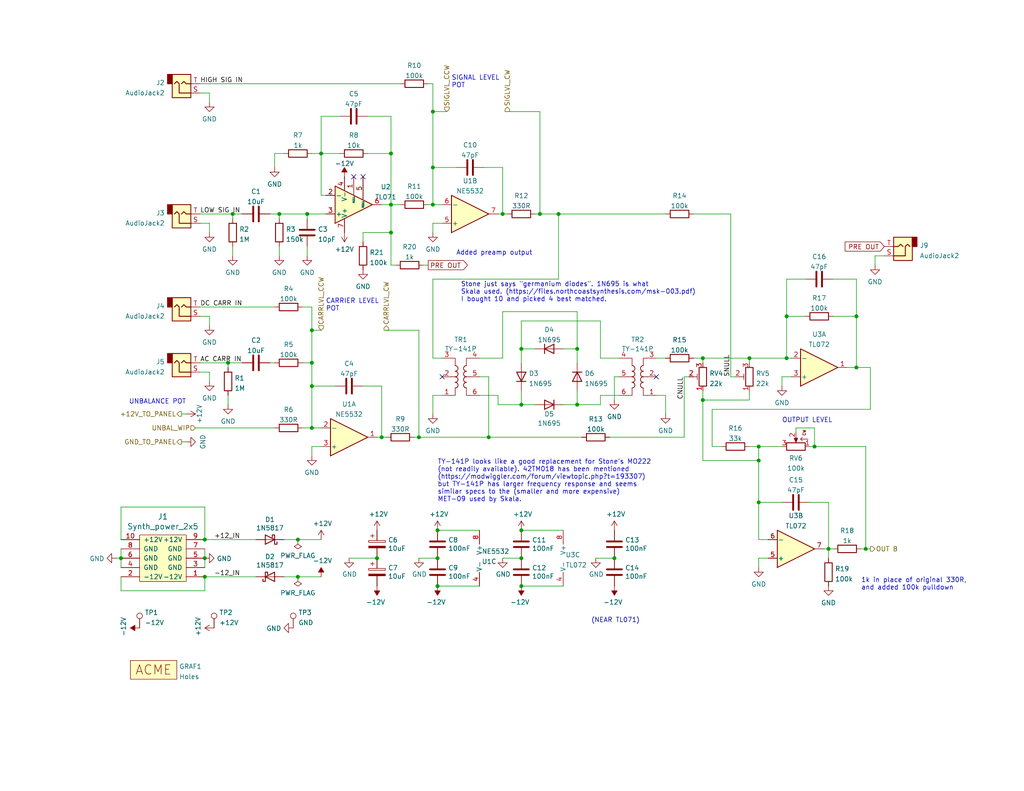
<source format=kicad_sch>
(kicad_sch (version 20210621) (generator eeschema)
  (paper "USLetter")
  (title_block (title "Active Real Ring Modulator") (date "2021-11-20") (company "Rich Holmes / Analog Output") (comment 1 "or neighboring rights to this work. Published from United States.") (comment 2 "To the extent possible under law, Richard Holmes has waived all copyright and related ") (comment 3 "Circuit design by Ken Stone."))
  (lib_symbols
    (symbol "Amplifier_Operational:NE5532" (pin_names (offset 0.127))
      (property "Reference" "U" (at 0 5.08 0))
      (property "Value" "NE5532" (at 0 -5.08 0))
      (symbol "NE5532_1_1"
        (pin output line (at 7.62 0 180) (length 2.54) (name "~") (number "1"))
        (pin input line (at -7.62 -2.54 0) (length 2.54) (name "-") (number "2"))
        (pin input line (at -7.62 2.54 0) (length 2.54) (name "+") (number "3"))
      )
      (symbol "NE5532_2_1"
        (pin input line (at -7.62 2.54 0) (length 2.54) (name "+") (number "5"))
        (pin input line (at -7.62 -2.54 0) (length 2.54) (name "-") (number "6"))
        (pin output line (at 7.62 0 180) (length 2.54) (name "~") (number "7"))
      )
      (symbol "NE5532_3_1"
        (pin power_in line (at -2.54 -7.62 90) (length 3.81) (name "V-") (number "4"))
        (pin power_in line (at -2.54 7.62 270) (length 3.81) (name "V+") (number "8"))
      )
    )
    (symbol "Connector:AudioJack2"
      (property "Reference" "J" (at 0 8.89 0))
      (property "Value" "AudioJack2" (at 0 6.35 0))
      (symbol "AudioJack2_1_1"
        (pin passive line (at 5.08 2.54 180) (length 2.54) (name "~") (number "S"))
        (pin passive line (at 5.08 0 180) (length 2.54) (name "~") (number "T"))
      )
    )
    (symbol "Diode:1N4148" (pin_numbers hide) (pin_names (offset 1.016) hide)
      (property "Reference" "D" (at 0 2.54 0))
      (property "Value" "1N4148" (at 0 -2.54 0))
      (symbol "1N4148_1_1"
        (pin passive line (at -3.81 0 0) (length 2.54) (name "K") (number "1"))
        (pin passive line (at 3.81 0 180) (length 2.54) (name "A") (number "2"))
      )
    )
    (symbol "Transformer:ADTT1-1" (pin_names hide)
      (property "Reference" "TR" (at 0 6.35 0))
      (property "Value" "ADTT1-1" (at 0 -6.35 0))
      (symbol "ADTT1-1_1_1"
        (pin passive line (at -5.08 -5.08 0) (length 2.54) (name "~") (number "1"))
        (pin passive line (at -5.08 0 0) (length 2.54) (name "~") (number "2"))
        (pin passive line (at -5.08 5.08 0) (length 2.54) (name "~") (number "3"))
        (pin passive line (at 5.08 5.08 180) (length 2.54) (name "~") (number "4"))
        (pin passive line (at 5.08 0 180) (length 2.54) (name "~") (number "5"))
        (pin passive line (at 5.08 -5.08 180) (length 2.54) (name "~") (number "6"))
      )
    )
    (symbol "ao_symbols:1N5817" (pin_numbers hide) (pin_names (offset 1.016) hide)
      (property "Reference" "D" (at 0 2.54 0))
      (property "Value" "1N5817" (at 0 -2.54 0))
      (symbol "1N5817_1_1"
        (pin passive line (at -3.81 0 0) (length 2.54) (name "K") (number "1"))
        (pin passive line (at 3.81 0 180) (length 2.54) (name "A") (number "2"))
      )
    )
    (symbol "ao_symbols:C" (pin_numbers hide) (pin_names (offset 0.254))
      (property "Reference" "C" (at 0.635 2.54 0))
      (property "Value" "C" (at 0.635 -2.54 0))
      (symbol "C_1_1"
        (pin passive line (at 0 3.81 270) (length 2.794) (name "~") (number "1"))
        (pin passive line (at 0 -3.81 90) (length 2.794) (name "~") (number "2"))
      )
    )
    (symbol "ao_symbols:CP" (pin_numbers hide) (pin_names (offset 0.254))
      (property "Reference" "C" (at 0.635 2.54 0))
      (property "Value" "CP" (at 0.635 -2.54 0))
      (symbol "CP_1_1"
        (pin passive line (at 0 3.81 270) (length 2.794) (name "~") (number "1"))
        (pin passive line (at 0 -3.81 90) (length 2.794) (name "~") (number "2"))
      )
    )
    (symbol "ao_symbols:Graphic" (pin_names (offset 1.016))
      (property "Reference" "GRAF" (at 0 -3.81 0))
      (property "Value" "Graphic" (at 0 3.81 0))
      (symbol "Graphic_0_0"
        (text "ACME" (at 0 0 0) (effects (font (size 2.54 2.54))))
      )
    )
    (symbol "ao_symbols:R" (pin_numbers hide) (pin_names (offset 0))
      (property "Reference" "R" (at 2.032 0 90))
      (property "Value" "R" (at 0 0 90))
      (symbol "R_1_1"
        (pin passive line (at 0 3.81 270) (length 1.27) (name "~") (number "1"))
        (pin passive line (at 0 -3.81 90) (length 1.27) (name "~") (number "2"))
      )
    )
    (symbol "ao_symbols:R_POT" (pin_names (offset 1.016) hide)
      (property "Reference" "RV" (at -4.445 0 90))
      (property "Value" "R_POT" (at -2.54 0 90))
      (symbol "R_POT_0_0"
        (text "CW" (at 3.81 -2.286 0) (effects (font (size 0.762 0.762))))
      )
      (symbol "R_POT_1_1"
        (pin passive line (at 0 -3.81 90) (length 1.27) (name "1") (number "1"))
        (pin passive line (at 3.81 0 180) (length 1.27) (name "2") (number "2"))
        (pin passive line (at 0 3.81 270) (length 1.27) (name "3") (number "3"))
      )
    )
    (symbol "ao_symbols:R_POT_TRIM_3296W" (pin_names (offset 1.016) hide)
      (property "Reference" "RV" (at -4.445 0 90))
      (property "Value" "R_POT_TRIM_3296W" (at -2.54 0 90))
      (symbol "R_POT_TRIM_3296W_1_1"
        (pin passive line (at 0 3.81 270) (length 1.27) (name "1") (number "1"))
        (pin passive line (at 3.81 0 180) (length 1.27) (name "2") (number "2"))
        (pin passive line (at 0 -3.81 90) (length 1.27) (name "3") (number "3"))
      )
    )
    (symbol "ao_symbols:Synth_power_2x5" (pin_names (offset 1.016))
      (property "Reference" "J" (at 0 -7.62 0))
      (property "Value" "Synth_power_2x5" (at 0 7.62 0))
      (symbol "Synth_power_2x5_1_1"
        (pin power_out line (at 11.43 -5.08 180) (length 5.08) (name "-12V") (number "1"))
        (pin passive line (at -11.43 5.08 0) (length 5.08) (name "+12V") (number "10"))
        (pin passive line (at -11.43 -5.08 0) (length 5.08) (name "-12V") (number "2"))
        (pin power_out line (at 11.43 -2.54 180) (length 5.08) (name "GND") (number "3"))
        (pin passive line (at -11.43 -2.54 0) (length 5.08) (name "GND") (number "4"))
        (pin passive line (at 11.43 0 180) (length 5.08) (name "GND") (number "5"))
        (pin passive line (at -11.43 0 0) (length 5.08) (name "GND") (number "6"))
        (pin passive line (at 11.43 2.54 180) (length 5.08) (name "GND") (number "7"))
        (pin passive line (at -11.43 2.54 0) (length 5.08) (name "GND") (number "8"))
        (pin power_out line (at 11.43 5.08 180) (length 5.08) (name "+12V") (number "9"))
      )
    )
    (symbol "ao_symbols:TL071" (pin_names (offset 0.127))
      (property "Reference" "U" (at 0 6.35 0))
      (property "Value" "TL071" (at 0 3.81 0))
      (symbol "TL071_1_1"
        (pin input line (at 0 -7.62 90) (length 5.08) (name "NULL") (number "1"))
        (pin input line (at -7.62 -2.54 0) (length 2.54) (name "-") (number "2"))
        (pin input line (at -7.62 2.54 0) (length 2.54) (name "+") (number "3"))
        (pin power_in line (at -2.54 -7.62 90) (length 3.81) (name "V-") (number "4"))
        (pin input line (at 2.54 -7.62 90) (length 6.35) (name "NULL") (number "5"))
        (pin output line (at 7.62 0 180) (length 2.54) (name "~") (number "6"))
        (pin power_in line (at -2.54 7.62 270) (length 3.81) (name "V+") (number "7"))
        (pin no_connect line (at 0 2.54 270) (length 2.54) hide (name "NC") (number "8"))
      )
    )
    (symbol "ao_symbols:TL072" (pin_names (offset 0.127))
      (property "Reference" "U" (at 0 5.08 0))
      (property "Value" "TL072" (at 0 -5.08 0))
      (symbol "TL072_1_1"
        (pin output line (at 7.62 0 180) (length 2.54) (name "~") (number "1"))
        (pin input line (at -7.62 -2.54 0) (length 2.54) (name "-") (number "2"))
        (pin input line (at -7.62 2.54 0) (length 2.54) (name "+") (number "3"))
      )
      (symbol "TL072_2_1"
        (pin input line (at -7.62 2.54 0) (length 2.54) (name "+") (number "5"))
        (pin input line (at -7.62 -2.54 0) (length 2.54) (name "-") (number "6"))
        (pin output line (at 7.62 0 180) (length 2.54) (name "~") (number "7"))
      )
      (symbol "TL072_3_1"
        (pin power_in line (at -2.54 -7.62 90) (length 3.81) (name "V-") (number "4"))
        (pin power_in line (at -2.54 7.62 270) (length 3.81) (name "V+") (number "8"))
      )
    )
    (symbol "ao_symbols:TestPoint" (pin_numbers hide) (pin_names (offset 0.762) hide)
      (property "Reference" "TP" (at 0 6.858 0))
      (property "Value" "TestPoint" (at 0 5.08 0))
      (symbol "TestPoint_1_1"
        (pin passive line (at 0 0 90) (length 2.54) (name "1") (number "1"))
      )
    )
    (symbol "power:+12V" (power) (pin_names (offset 0))
      (property "Value" "+12V" (at 0 3.556 0))
      (symbol "+12V_1_1"
        (pin power_in line (at 0 0 90) (length 0) hide (name "+12V") (number "1"))
      )
    )
    (symbol "power:-12V" (power) (pin_names (offset 0))
      (property "Value" "-12V" (at 0 3.81 0))
      (symbol "-12V_0_0"
        (pin power_in line (at 0 0 90) (length 0) hide (name "-12V") (number "1"))
      )
    )
    (symbol "power:GND" (power) (pin_names (offset 0))
      (property "Value" "GND" (at 0 -3.81 0))
      (symbol "GND_1_1"
        (pin power_in line (at 0 0 270) (length 0) hide (name "GND") (number "1"))
      )
    )
    (symbol "power:PWR_FLAG" (power) (pin_numbers hide) (pin_names (offset 0) hide)
      (property "Value" "PWR_FLAG" (at 0 3.81 0))
      (symbol "PWR_FLAG_0_0"
        (pin power_out line (at 0 0 90) (length 0) (name "pwr") (number "1"))
      )
    )
  )
  (junction (at 152.4 58.42))
  (junction (at 81.28 157.48))
  (junction (at 147.32 58.42))
  (junction (at 157.48 95.25))
  (junction (at 85.09 90.17))
  (junction (at 83.82 58.42))
  (junction (at 119.38 152.4))
  (junction (at 119.38 160.02))
  (junction (at 142.24 160.02))
  (junction (at 226.06 149.86))
  (junction (at 157.48 110.49))
  (junction (at 233.68 100.33))
  (junction (at 118.11 55.88))
  (junction (at 133.35 119.38))
  (junction (at 87.63 41.91))
  (junction (at 191.77 109.22))
  (junction (at 85.09 105.41))
  (junction (at 207.01 137.16))
  (junction (at 142.24 152.4))
  (junction (at 55.88 157.48))
  (junction (at 33.02 152.4))
  (junction (at 207.01 125.73))
  (junction (at 118.11 45.72))
  (junction (at 104.14 119.38))
  (junction (at 102.87 152.4))
  (junction (at 214.63 97.79))
  (junction (at 81.28 147.32))
  (junction (at 233.68 86.36))
  (junction (at 191.77 97.79))
  (junction (at 236.22 149.86))
  (junction (at 214.63 86.36))
  (junction (at 85.09 99.06))
  (junction (at 207.01 121.92))
  (junction (at 119.38 144.78))
  (junction (at 62.23 99.06))
  (junction (at 55.88 152.4))
  (junction (at 142.24 110.49))
  (junction (at 167.64 152.4))
  (junction (at 106.68 55.88))
  (junction (at 222.25 121.92))
  (junction (at 118.11 30.48))
  (junction (at 106.68 63.5))
  (junction (at 55.88 147.32))
  (junction (at 204.47 97.79))
  (junction (at 85.09 116.84))
  (junction (at 114.3 119.38))
  (junction (at 142.24 144.78))
  (junction (at 137.16 58.42))
  (junction (at 142.24 95.25))
  (junction (at 76.2 58.42))
  (junction (at 106.68 41.91))
  (junction (at 63.5 58.42))
  (no_connect (at 96.52 48.26))
  (no_connect (at 99.06 48.26))
  (no_connect (at 179.07 102.87))
  (no_connect (at 120.65 102.87))
  (wire (pts (xy 163.83 87.63) (xy 163.83 97.79)))
  (wire (pts (xy 191.77 109.22) (xy 191.77 125.73)))
  (wire (pts (xy 88.9 53.34) (xy 87.63 53.34)))
  (wire (pts (xy 163.83 97.79) (xy 168.91 97.79)))
  (wire (pts (xy 233.68 86.36) (xy 233.68 100.33)))
  (wire (pts (xy 236.22 121.92) (xy 236.22 149.86)))
  (wire (pts (xy 142.24 95.25) (xy 142.24 99.06)))
  (wire (pts (xy 106.68 63.5) (xy 106.68 72.39)))
  (wire (pts (xy 106.68 72.39) (xy 107.95 72.39)))
  (wire (pts (xy 106.68 55.88) (xy 106.68 63.5)))
  (wire (pts (xy 54.61 99.06) (xy 62.23 99.06)))
  (wire (pts (xy 55.88 152.4) (xy 55.88 154.94)))
  (wire (pts (xy 132.08 45.72) (xy 137.16 45.72)))
  (wire (pts (xy 222.25 121.92) (xy 236.22 121.92)))
  (wire (pts (xy 118.11 30.48) (xy 121.92 30.48)))
  (wire (pts (xy 207.01 125.73) (xy 207.01 137.16)))
  (wire (pts (xy 118.11 76.2) (xy 118.11 97.79)))
  (wire (pts (xy 53.34 116.84) (xy 74.93 116.84)))
  (wire (pts (xy 118.11 30.48) (xy 118.11 45.72)))
  (wire (pts (xy 114.3 119.38) (xy 133.35 119.38)))
  (wire (pts (xy 233.68 100.33) (xy 237.49 100.33)))
  (wire (pts (xy 137.16 45.72) (xy 137.16 58.42)))
  (wire (pts (xy 152.4 76.2) (xy 118.11 76.2)))
  (wire (pts (xy 137.16 85.09) (xy 157.48 85.09)))
  (wire (pts (xy 77.47 157.48) (xy 81.28 157.48)))
  (wire (pts (xy 85.09 90.17) (xy 85.09 99.06)))
  (wire (pts (xy 55.88 161.29) (xy 55.88 157.48)))
  (wire (pts (xy 118.11 45.72) (xy 124.46 45.72)))
  (wire (pts (xy 146.05 95.25) (xy 142.24 95.25)))
  (wire (pts (xy 191.77 97.79) (xy 191.77 99.06)))
  (wire (pts (xy 74.93 41.91) (xy 77.47 41.91)))
  (wire (pts (xy 220.98 137.16) (xy 226.06 137.16)))
  (wire (pts (xy 236.22 149.86) (xy 234.95 149.86)))
  (wire (pts (xy 81.28 157.48) (xy 87.63 157.48)))
  (wire (pts (xy 130.81 97.79) (xy 137.16 97.79)))
  (wire (pts (xy 119.38 144.78) (xy 130.81 144.78)))
  (wire (pts (xy 133.35 102.87) (xy 133.35 119.38)))
  (wire (pts (xy 157.48 95.25) (xy 153.67 95.25)))
  (wire (pts (xy 238.76 69.85) (xy 238.76 72.39)))
  (wire (pts (xy 118.11 22.86) (xy 118.11 30.48)))
  (wire (pts (xy 217.17 118.11) (xy 217.17 116.84)))
  (wire (pts (xy 120.65 60.96) (xy 118.11 60.96)))
  (wire (pts (xy 113.03 119.38) (xy 114.3 119.38)))
  (wire (pts (xy 63.5 67.31) (xy 63.5 69.85)))
  (wire (pts (xy 179.07 97.79) (xy 181.61 97.79)))
  (wire (pts (xy 106.68 41.91) (xy 106.68 55.88)))
  (wire (pts (xy 73.66 99.06) (xy 74.93 99.06)))
  (wire (pts (xy 118.11 55.88) (xy 116.84 55.88)))
  (wire (pts (xy 54.61 22.86) (xy 109.22 22.86)))
  (wire (pts (xy 54.61 86.36) (xy 57.15 86.36)))
  (wire (pts (xy 85.09 105.41) (xy 85.09 116.84)))
  (wire (pts (xy 138.43 58.42) (xy 137.16 58.42)))
  (wire (pts (xy 204.47 106.68) (xy 204.47 109.22)))
  (wire (pts (xy 157.48 110.49) (xy 157.48 106.68)))
  (wire (pts (xy 102.87 119.38) (xy 104.14 119.38)))
  (wire (pts (xy 137.16 97.79) (xy 137.16 85.09)))
  (wire (pts (xy 226.06 149.86) (xy 226.06 152.4)))
  (wire (pts (xy 104.14 119.38) (xy 105.41 119.38)))
  (wire (pts (xy 204.47 109.22) (xy 191.77 109.22)))
  (wire (pts (xy 99.06 63.5) (xy 99.06 66.04)))
  (wire (pts (xy 63.5 58.42) (xy 66.04 58.42)))
  (wire (pts (xy 137.16 152.4) (xy 142.24 152.4)))
  (wire (pts (xy 33.02 152.4) (xy 33.02 154.94)))
  (wire (pts (xy 194.31 111.76) (xy 194.31 121.92)))
  (wire (pts (xy 62.23 99.06) (xy 62.23 100.33)))
  (wire (pts (xy 168.91 107.95) (xy 163.83 107.95)))
  (wire (pts (xy 81.28 147.32) (xy 87.63 147.32)))
  (wire (pts (xy 135.89 110.49) (xy 142.24 110.49)))
  (wire (pts (xy 87.63 41.91) (xy 87.63 31.75)))
  (wire (pts (xy 85.09 121.92) (xy 87.63 121.92)))
  (wire (pts (xy 231.14 100.33) (xy 233.68 100.33)))
  (wire (pts (xy 55.88 147.32) (xy 69.85 147.32)))
  (wire (pts (xy 115.57 72.39) (xy 116.84 72.39)))
  (wire (pts (xy 236.22 149.86) (xy 237.49 149.86)))
  (wire (pts (xy 57.15 101.6) (xy 57.15 104.14)))
  (wire (pts (xy 147.32 58.42) (xy 152.4 58.42)))
  (wire (pts (xy 114.3 90.17) (xy 114.3 119.38)))
  (wire (pts (xy 54.61 60.96) (xy 57.15 60.96)))
  (wire (pts (xy 104.14 105.41) (xy 104.14 119.38)))
  (wire (pts (xy 222.25 116.84) (xy 222.25 121.92)))
  (wire (pts (xy 106.68 55.88) (xy 104.14 55.88)))
  (wire (pts (xy 85.09 90.17) (xy 87.63 90.17)))
  (wire (pts (xy 138.43 30.48) (xy 147.32 30.48)))
  (wire (pts (xy 181.61 107.95) (xy 181.61 113.03)))
  (wire (pts (xy 33.02 157.48) (xy 33.02 161.29)))
  (wire (pts (xy 100.33 41.91) (xy 106.68 41.91)))
  (wire (pts (xy 82.55 99.06) (xy 85.09 99.06)))
  (wire (pts (xy 76.2 58.42) (xy 83.82 58.42)))
  (wire (pts (xy 207.01 137.16) (xy 207.01 147.32)))
  (wire (pts (xy 217.17 116.84) (xy 222.25 116.84)))
  (wire (pts (xy 207.01 152.4) (xy 207.01 154.94)))
  (wire (pts (xy 226.06 149.86) (xy 224.79 149.86)))
  (wire (pts (xy 85.09 83.82) (xy 85.09 90.17)))
  (wire (pts (xy 105.41 90.17) (xy 114.3 90.17)))
  (wire (pts (xy 57.15 25.4) (xy 57.15 27.94)))
  (wire (pts (xy 191.77 125.73) (xy 207.01 125.73)))
  (wire (pts (xy 207.01 137.16) (xy 213.36 137.16)))
  (wire (pts (xy 227.33 149.86) (xy 226.06 149.86)))
  (wire (pts (xy 82.55 116.84) (xy 85.09 116.84)))
  (wire (pts (xy 57.15 86.36) (xy 57.15 88.9)))
  (wire (pts (xy 83.82 58.42) (xy 88.9 58.42)))
  (wire (pts (xy 130.81 107.95) (xy 135.89 107.95)))
  (wire (pts (xy 186.69 119.38) (xy 186.69 102.87)))
  (wire (pts (xy 189.23 97.79) (xy 191.77 97.79)))
  (wire (pts (xy 214.63 76.2) (xy 214.63 86.36)))
  (wire (pts (xy 31.75 152.4) (xy 33.02 152.4)))
  (wire (pts (xy 157.48 85.09) (xy 157.48 95.25)))
  (wire (pts (xy 214.63 86.36) (xy 219.71 86.36)))
  (wire (pts (xy 207.01 121.92) (xy 207.01 125.73)))
  (wire (pts (xy 152.4 58.42) (xy 181.61 58.42)))
  (wire (pts (xy 186.69 102.87) (xy 187.96 102.87)))
  (wire (pts (xy 227.33 76.2) (xy 233.68 76.2)))
  (wire (pts (xy 142.24 110.49) (xy 146.05 110.49)))
  (wire (pts (xy 213.36 105.41) (xy 213.36 102.87)))
  (wire (pts (xy 118.11 97.79) (xy 120.65 97.79)))
  (wire (pts (xy 77.47 147.32) (xy 81.28 147.32)))
  (wire (pts (xy 213.36 102.87) (xy 215.9 102.87)))
  (wire (pts (xy 62.23 99.06) (xy 66.04 99.06)))
  (wire (pts (xy 191.77 97.79) (xy 204.47 97.79)))
  (wire (pts (xy 207.01 121.92) (xy 213.36 121.92)))
  (wire (pts (xy 199.39 58.42) (xy 199.39 102.87)))
  (wire (pts (xy 220.98 121.92) (xy 222.25 121.92)))
  (wire (pts (xy 209.55 152.4) (xy 207.01 152.4)))
  (wire (pts (xy 241.3 69.85) (xy 238.76 69.85)))
  (wire (pts (xy 118.11 107.95) (xy 118.11 113.03)))
  (wire (pts (xy 137.16 58.42) (xy 135.89 58.42)))
  (wire (pts (xy 204.47 97.79) (xy 214.63 97.79)))
  (wire (pts (xy 95.25 152.4) (xy 102.87 152.4)))
  (wire (pts (xy 227.33 86.36) (xy 233.68 86.36)))
  (wire (pts (xy 214.63 86.36) (xy 214.63 97.79)))
  (wire (pts (xy 54.61 83.82) (xy 74.93 83.82)))
  (wire (pts (xy 135.89 107.95) (xy 135.89 110.49)))
  (wire (pts (xy 226.06 137.16) (xy 226.06 149.86)))
  (wire (pts (xy 76.2 67.31) (xy 76.2 69.85)))
  (wire (pts (xy 55.88 138.43) (xy 55.88 147.32)))
  (wire (pts (xy 142.24 106.68) (xy 142.24 110.49)))
  (wire (pts (xy 119.38 160.02) (xy 130.81 160.02)))
  (wire (pts (xy 153.67 110.49) (xy 157.48 110.49)))
  (wire (pts (xy 147.32 58.42) (xy 146.05 58.42)))
  (wire (pts (xy 167.64 102.87) (xy 167.64 109.22)))
  (wire (pts (xy 100.33 31.75) (xy 106.68 31.75)))
  (wire (pts (xy 82.55 83.82) (xy 85.09 83.82)))
  (wire (pts (xy 207.01 147.32) (xy 209.55 147.32)))
  (wire (pts (xy 87.63 41.91) (xy 87.63 53.34)))
  (wire (pts (xy 237.49 100.33) (xy 237.49 111.76)))
  (wire (pts (xy 157.48 99.06) (xy 157.48 95.25)))
  (wire (pts (xy 162.56 152.4) (xy 167.64 152.4)))
  (wire (pts (xy 214.63 76.2) (xy 219.71 76.2)))
  (wire (pts (xy 168.91 102.87) (xy 167.64 102.87)))
  (wire (pts (xy 83.82 58.42) (xy 83.82 59.69)))
  (wire (pts (xy 83.82 67.31) (xy 83.82 69.85)))
  (wire (pts (xy 85.09 116.84) (xy 87.63 116.84)))
  (wire (pts (xy 163.83 110.49) (xy 157.48 110.49)))
  (wire (pts (xy 62.23 107.95) (xy 62.23 110.49)))
  (wire (pts (xy 199.39 102.87) (xy 200.66 102.87)))
  (wire (pts (xy 63.5 58.42) (xy 63.5 59.69)))
  (wire (pts (xy 87.63 41.91) (xy 92.71 41.91)))
  (wire (pts (xy 76.2 58.42) (xy 76.2 59.69)))
  (wire (pts (xy 147.32 30.48) (xy 147.32 58.42)))
  (wire (pts (xy 179.07 107.95) (xy 181.61 107.95)))
  (wire (pts (xy 118.11 55.88) (xy 120.65 55.88)))
  (wire (pts (xy 57.15 60.96) (xy 57.15 63.5)))
  (wire (pts (xy 99.06 105.41) (xy 104.14 105.41)))
  (wire (pts (xy 33.02 147.32) (xy 33.02 138.43)))
  (wire (pts (xy 204.47 121.92) (xy 207.01 121.92)))
  (wire (pts (xy 142.24 160.02) (xy 153.67 160.02)))
  (wire (pts (xy 106.68 31.75) (xy 106.68 41.91)))
  (wire (pts (xy 106.68 55.88) (xy 109.22 55.88)))
  (wire (pts (xy 54.61 101.6) (xy 57.15 101.6)))
  (wire (pts (xy 189.23 58.42) (xy 199.39 58.42)))
  (wire (pts (xy 85.09 124.46) (xy 85.09 121.92)))
  (wire (pts (xy 85.09 41.91) (xy 87.63 41.91)))
  (wire (pts (xy 163.83 107.95) (xy 163.83 110.49)))
  (wire (pts (xy 33.02 161.29) (xy 55.88 161.29)))
  (wire (pts (xy 54.61 58.42) (xy 63.5 58.42)))
  (wire (pts (xy 74.93 45.72) (xy 74.93 41.91)))
  (wire (pts (xy 50.8 113.03) (xy 49.53 113.03)))
  (wire (pts (xy 33.02 138.43) (xy 55.88 138.43)))
  (wire (pts (xy 33.02 149.86) (xy 33.02 152.4)))
  (wire (pts (xy 49.53 120.65) (xy 50.8 120.65)))
  (wire (pts (xy 54.61 25.4) (xy 57.15 25.4)))
  (wire (pts (xy 130.81 102.87) (xy 133.35 102.87)))
  (wire (pts (xy 85.09 99.06) (xy 85.09 105.41)))
  (wire (pts (xy 118.11 45.72) (xy 118.11 55.88)))
  (wire (pts (xy 204.47 97.79) (xy 204.47 99.06)))
  (wire (pts (xy 118.11 60.96) (xy 118.11 63.5)))
  (wire (pts (xy 237.49 111.76) (xy 194.31 111.76)))
  (wire (pts (xy 85.09 105.41) (xy 91.44 105.41)))
  (wire (pts (xy 214.63 97.79) (xy 215.9 97.79)))
  (wire (pts (xy 152.4 58.42) (xy 152.4 76.2)))
  (wire (pts (xy 55.88 149.86) (xy 55.88 152.4)))
  (wire (pts (xy 118.11 107.95) (xy 120.65 107.95)))
  (wire (pts (xy 114.3 152.4) (xy 119.38 152.4)))
  (wire (pts (xy 73.66 58.42) (xy 76.2 58.42)))
  (wire (pts (xy 133.35 119.38) (xy 158.75 119.38)))
  (wire (pts (xy 116.84 22.86) (xy 118.11 22.86)))
  (wire (pts (xy 233.68 76.2) (xy 233.68 86.36)))
  (wire (pts (xy 142.24 95.25) (xy 142.24 87.63)))
  (wire (pts (xy 55.88 157.48) (xy 69.85 157.48)))
  (wire (pts (xy 194.31 121.92) (xy 196.85 121.92)))
  (wire (pts (xy 142.24 144.78) (xy 153.67 144.78)))
  (wire (pts (xy 166.37 119.38) (xy 186.69 119.38)))
  (wire (pts (xy 99.06 63.5) (xy 106.68 63.5)))
  (wire (pts (xy 191.77 109.22) (xy 191.77 106.68)))
  (wire (pts (xy 87.63 31.75) (xy 92.71 31.75)))
  (wire (pts (xy 142.24 87.63) (xy 163.83 87.63)))
  (text "OUTPUT LEVEL" (at 213.36 115.57 0) (effects (font (size 1.27 1.27)) (justify left bottom)))
  (text "1k in place of original 330R, \nand added 100k pulldown" (at 234.95 161.29 0) (effects (font (size 1.27 1.27)) (justify left bottom)))
  (text "UNBALANCE POT" (at 50.8 110.49 180) (effects (font (size 1.27 1.27)) (justify right bottom)))
  (text "SIGNAL LEVEL\nPOT" (at 123.19 24.13 0) (effects (font (size 1.27 1.27)) (justify left bottom)))
  (text "Stone just says \"germanium diodes\". 1N695 is what\nSkala used. (https://files.northcoastsynthesis.com/msk-003.pdf)\nI bought 10 and picked 4 best matched." (at 125.73 82.55 0) (effects (font (size 1.27 1.27)) (justify left bottom)))
  (text "TY-141P looks like a good replacement for Stone's MO222\n(not readily available). 42TM018 has been mentioned \n(https://modwiggler.com/forum/viewtopic.php?t=193307)\nbut TY-141P has larger frequency response and seems \nsimilar specs to the (smaller and more expensive) \nMET-09 used by Skala." (at 119.38 137.16 0) (effects (font (size 1.27 1.27)) (justify left bottom)))
  (text "(NEAR TL071)" (at 161.29 170.18 0) (effects (font (size 1.27 1.27)) (justify left bottom)))
  (text "CARRIER LEVEL\nPOT" (at 88.9 85.09 0) (effects (font (size 1.27 1.27)) (justify left bottom)))
  (text "Added preamp output" (at 124.46 69.85 0) (effects (font (size 1.27 1.27)) (justify left bottom)))
  (label "CNULL" (at 186.69 102.87 270))
  (label "DC CARR IN" (at 54.61 83.82 0))
  (label "SNULL" (at 199.39 102.87 90))
  (label "HIGH SIG IN" (at 54.61 22.86 0))
  (label "AC CARR IN" (at 54.61 99.06 0))
  (label "LOW SIG IN" (at 54.61 58.42 0))
  (label "-12_IN" (at 58.42 157.48 0))
  (label "+12_IN" (at 58.42 147.32 0))
  (global_label "PRE OUT" (shape input) (at 241.3 67.31 180) (property "Intersheet References" "${INTERSHEET_REFS}" (effects hide)))
  (global_label "PRE OUT" (shape output) (at 116.84 72.39 0) (property "Intersheet References" "${INTERSHEET_REFS}" (effects hide)))
  (hierarchical_label "CARRLVL_CW" (shape output) (at 105.41 90.17 90))
  (hierarchical_label "UNBAL_WIP" (shape input) (at 53.34 116.84 180))
  (hierarchical_label "SIGLVL_CW" (shape output) (at 138.43 30.48 90))
  (hierarchical_label "OUT B" (shape output) (at 237.49 149.86 0))
  (hierarchical_label "+12V_TO_PANEL" (shape output) (at 49.53 113.03 180))
  (hierarchical_label "SIGLVL_CCW" (shape input) (at 121.92 30.48 90))
  (hierarchical_label "CARRLVL_CCW" (shape input) (at 87.63 90.17 90))
  (hierarchical_label "GND_TO_PANEL" (shape output) (at 49.53 120.65 180))
  (symbol (lib_id "power:GND") (at 238.76 72.39 0) (unit 1)
    (property "Reference" "#PWR041" (effects hide))
    (property "Value" "GND" (at 238.76 76.9525 0))
  )
  (symbol (lib_id "power:-12V") (at 167.64 160.02 180) (unit 1)
    (property "Reference" "#PWR033" (effects hide))
    (property "Value" "-12V" (at 167.259 164.4142 0))
  )
  (symbol (lib_id "power:GND") (at 80.01 171.45 270) (unit 1)
    (property "Reference" "#PWR037" (effects hide))
    (property "Value" "GND" (at 76.7588 171.577 90) (effects (justify right)))
  )
  (symbol (lib_id "ao_symbols:1N5817") (at 73.66 157.48 0) (mirror x) (unit 1)
    (property "Reference" "D2" (at 73.66 151.9936 0))
    (property "Value" "1N5817" (at 73.66 154.305 0))
    (property "Footprint" "ao_tht:D_DO-41_SOD81_P10.16mm_Horizontal" (effects hide))
    (property "Vendor" "Tayda" (effects hide))
    (property "SKU" "A-159" (effects hide))
  )
  (symbol (lib_id "power:-12V") (at 93.98 48.26 0) (unit 1)
    (property "Reference" "#PWR017" (effects hide))
    (property "Value" "-12V" (at 93.98 44.6555 0))
  )
  (symbol (lib_id "ao_symbols:1N5817") (at 73.66 147.32 180) (unit 1)
    (property "Reference" "D1" (at 73.66 141.8336 0))
    (property "Value" "1N5817" (at 73.66 144.145 0))
    (property "Footprint" "ao_tht:D_DO-41_SOD81_P10.16mm_Horizontal" (effects hide))
    (property "Vendor" "Tayda" (effects hide))
    (property "SKU" "A-159" (effects hide))
  )
  (symbol (lib_id "ao_symbols:C") (at 95.25 105.41 90) (unit 1)
    (property "Reference" "C4" (at 95.25 99.2845 90))
    (property "Value" "47pF" (at 95.25 102.0596 90))
    (property "Footprint" "ao_tht:C_Disc_D3.0mm_W1.6mm_P2.50mm" (effects hide))
    (property "Vendor" "Tayda" (effects hide))
  )
  (symbol (lib_id "ao_symbols:Synth_power_2x5") (at 44.45 152.4 0) (unit 1)
    (property "Reference" "J1" (at 44.45 141.0462 0) (effects (font (size 1.524 1.524))))
    (property "Value" "Synth_power_2x5" (at 44.45 143.7386 0) (effects (font (size 1.524 1.524))))
    (property "Footprint" "ao_tht:Power_Header" (effects hide))
    (property "Vendor" "Tayda" (effects hide))
    (property "SKU" "A-2939" (effects hide))
  )
  (symbol (lib_id "power:GND") (at 85.09 124.46 0) (unit 1)
    (property "Reference" "#PWR014" (effects hide))
    (property "Value" "GND" (at 85.09 129.0225 0))
  )
  (symbol (lib_id "Diode:1N4148") (at 149.86 95.25 0) (unit 1)
    (property "Reference" "D4" (at 149.86 90.0135 0))
    (property "Value" "1N695" (at 149.86 92.7886 0))
    (property "Footprint" "ringmod:D_DO-7_P10.16mm_Horizontal" (effects hide))
    (property "Datasheet" "https://assets.nexperia.com/documents/data-sheet/1N4148_1N4448.pdf" (effects hide))
  )
  (symbol (lib_id "power:GND") (at 57.15 88.9 0) (unit 1)
    (property "Reference" "#PWR040" (effects hide))
    (property "Value" "GND" (at 57.15 93.4625 0))
  )
  (symbol (lib_id "Diode:1N4148") (at 142.24 102.87 270) (mirror x) (unit 1)
    (property "Reference" "D3" (at 144.272 101.9615 90) (effects (justify left)))
    (property "Value" "1N695" (at 144.272 104.7366 90) (effects (justify left)))
    (property "Footprint" "ringmod:D_DO-7_P10.16mm_Horizontal" (effects hide))
    (property "Datasheet" "https://assets.nexperia.com/documents/data-sheet/1N4148_1N4448.pdf" (effects hide))
  )
  (symbol (lib_id "ao_symbols:TestPoint") (at 58.42 171.45 0) (unit 1)
    (property "Reference" "TP2" (at 59.817 167.2395 0) (effects (justify left)))
    (property "Value" "+12V" (at 59.817 170.0146 0) (effects (justify left)))
    (property "Footprint" "ao_tht:TestPoint_THTPad_D1.5mm_Drill0.7mm" (effects hide))
  )
  (symbol (lib_id "power:+12V") (at 93.98 63.5 180) (unit 1)
    (property "Reference" "#PWR018" (effects hide))
    (property "Value" "+12V" (at 93.98 68.0625 0))
  )
  (symbol (lib_id "ao_symbols:R") (at 162.56 119.38 90) (unit 1)
    (property "Reference" "R13" (at 162.56 114.3975 90))
    (property "Value" "100k" (at 162.56 117.1726 90))
    (property "Footprint" "ao_tht:R_Axial_DIN0207_L6.3mm_D2.5mm_P10.16mm_Horizontal" (effects hide))
    (property "Vendor" "Tayda" (effects hide))
  )
  (symbol (lib_id "ao_symbols:R") (at 185.42 97.79 90) (unit 1)
    (property "Reference" "R15" (at 185.42 92.8075 90))
    (property "Value" "100k" (at 185.42 95.5826 90))
    (property "Footprint" "ao_tht:R_Axial_DIN0207_L6.3mm_D2.5mm_P10.16mm_Horizontal" (effects hide))
    (property "Vendor" "Tayda" (effects hide))
  )
  (symbol (lib_id "ao_symbols:C") (at 223.52 76.2 90) (unit 1)
    (property "Reference" "C16" (at 223.52 70.0745 90))
    (property "Value" "47pF" (at 223.52 72.8496 90))
    (property "Footprint" "ao_tht:C_Disc_D3.0mm_W1.6mm_P2.50mm" (effects hide))
    (property "Vendor" "Tayda" (effects hide))
  )
  (symbol (lib_id "power:PWR_FLAG") (at 81.28 147.32 0) (mirror x) (unit 1)
    (property "Reference" "#FLG01" (effects hide))
    (property "Value" "PWR_FLAG" (at 81.28 151.7142 0))
  )
  (symbol (lib_id "power:GND") (at 213.36 105.41 0) (unit 1)
    (property "Reference" "#PWR036" (effects hide))
    (property "Value" "GND" (at 213.36 109.9725 0))
  )
  (symbol (lib_id "ao_symbols:TestPoint") (at 38.1 171.45 0) (unit 1)
    (property "Reference" "TP1" (at 39.497 167.2395 0) (effects (justify left)))
    (property "Value" "-12V" (at 39.497 170.0146 0) (effects (justify left)))
    (property "Footprint" "ao_tht:TestPoint_THTPad_D1.5mm_Drill0.7mm" (effects hide))
  )
  (symbol (lib_id "ao_symbols:R") (at 113.03 22.86 90) (unit 1)
    (property "Reference" "R10" (at 113.03 17.8775 90))
    (property "Value" "100k" (at 113.03 20.6526 90))
    (property "Footprint" "ao_tht:R_Axial_DIN0207_L6.3mm_D2.5mm_P10.16mm_Horizontal" (effects hide))
    (property "Vendor" "Tayda" (effects hide))
  )
  (symbol (lib_id "ao_symbols:R") (at 185.42 58.42 90) (unit 1)
    (property "Reference" "R14" (at 185.42 53.4375 90))
    (property "Value" "100k" (at 185.42 56.2126 90))
    (property "Footprint" "ao_tht:R_Axial_DIN0207_L6.3mm_D2.5mm_P10.16mm_Horizontal" (effects hide))
    (property "Vendor" "Tayda" (effects hide))
  )
  (symbol (lib_id "Amplifier_Operational:NE5532") (at 95.25 119.38 0) (mirror x) (unit 1)
    (property "Reference" "U1" (at 95.25 110.3335 0))
    (property "Value" "NE5532" (at 95.25 113.1086 0))
    (property "Footprint" "ao_tht:DIP-8_W7.62mm_Socket_LongPads" (effects hide))
    (property "Datasheet" "http://www.ti.com/lit/ds/symlink/ne5532.pdf" (effects hide))
  )
  (symbol (lib_id "ao_symbols:R") (at 200.66 121.92 90) (unit 1)
    (property "Reference" "R16" (at 200.66 116.9375 90))
    (property "Value" "33k" (at 200.66 119.7126 90))
    (property "Footprint" "ao_tht:R_Axial_DIN0207_L6.3mm_D2.5mm_P10.16mm_Horizontal" (effects hide))
    (property "Vendor" "Tayda" (effects hide))
  )
  (symbol (lib_id "power:GND") (at 114.3 152.4 0) (unit 1)
    (property "Reference" "#PWR022" (effects hide))
    (property "Value" "GND" (at 114.427 156.7942 0))
  )
  (symbol (lib_id "ao_symbols:R") (at 76.2 63.5 0) (unit 1)
    (property "Reference" "R3" (at 77.978 62.5915 0) (effects (justify left)))
    (property "Value" "150k" (at 77.978 65.3666 0) (effects (justify left)))
    (property "Footprint" "ao_tht:R_Axial_DIN0207_L6.3mm_D2.5mm_P10.16mm_Horizontal" (effects hide))
    (property "Vendor" "Tayda" (effects hide))
  )
  (symbol (lib_id "ao_symbols:R") (at 113.03 55.88 90) (unit 1)
    (property "Reference" "R11" (at 113.03 50.8975 90))
    (property "Value" "100k" (at 113.03 53.6726 90))
    (property "Footprint" "ao_tht:R_Axial_DIN0207_L6.3mm_D2.5mm_P10.16mm_Horizontal" (effects hide))
    (property "Vendor" "Tayda" (effects hide))
  )
  (symbol (lib_id "ao_symbols:R") (at 142.24 58.42 90) (unit 1)
    (property "Reference" "R12" (at 142.24 53.4375 90))
    (property "Value" "330R" (at 142.24 56.2126 90))
    (property "Footprint" "ao_tht:R_Axial_DIN0207_L6.3mm_D2.5mm_P10.16mm_Horizontal" (effects hide))
    (property "Vendor" "Tayda" (effects hide))
  )
  (symbol (lib_id "ao_symbols:C") (at 142.24 156.21 0) (unit 1)
    (property "Reference" "C12" (at 145.161 155.0416 0) (effects (justify left)))
    (property "Value" "100nF" (at 145.161 157.353 0) (effects (justify left)))
    (property "Footprint" "ao_tht:C_Disc_D3.0mm_W1.6mm_P2.50mm" (effects hide))
    (property "Vendor" "Tayda" (effects hide))
    (property "SKU" "A-553" (effects hide))
  )
  (symbol (lib_id "Connector:AudioJack2") (at 49.53 58.42 0) (mirror x) (unit 1)
    (property "Reference" "J3" (at 44.9581 58.1465 0) (effects (justify right)))
    (property "Value" "AudioJack2" (at 44.9581 60.9216 0) (effects (justify right)))
    (property "Footprint" "ao_tht:Jack_6.35mm_TE-CK-6.35-29B_Horizontal" (effects hide))
  )
  (symbol (lib_id "power:GND") (at 76.2 69.85 0) (unit 1)
    (property "Reference" "#PWR012" (effects hide))
    (property "Value" "GND" (at 76.2 74.4125 0))
  )
  (symbol (lib_id "power:GND") (at 95.25 152.4 0) (unit 1)
    (property "Reference" "#PWR019" (effects hide))
    (property "Value" "GND" (at 95.377 156.7942 0))
  )
  (symbol (lib_id "ao_symbols:TL072") (at 223.52 100.33 0) (mirror x) (unit 1)
    (property "Reference" "U3" (at 223.52 91.2835 0))
    (property "Value" "TL072" (at 223.52 94.0586 0))
    (property "Footprint" "ao_tht:DIP-8_W7.62mm_Socket_LongPads" (effects hide))
    (property "Vendor" "Tayda" (effects hide))
    (property "SKU" "A-037" (effects hide))
  )
  (symbol (lib_id "ao_symbols:R") (at 96.52 41.91 90) (unit 1)
    (property "Reference" "R8" (at 96.52 36.9275 90))
    (property "Value" "10k" (at 96.52 39.7026 90))
    (property "Footprint" "ao_tht:R_Axial_DIN0207_L6.3mm_D2.5mm_P10.16mm_Horizontal" (effects hide))
    (property "Vendor" "Tayda" (effects hide))
  )
  (symbol (lib_id "Diode:1N4148") (at 157.48 102.87 90) (mirror x) (unit 1)
    (property "Reference" "D6" (at 159.512 101.9615 90) (effects (justify right)))
    (property "Value" "1N695" (at 159.512 104.7366 90) (effects (justify right)))
    (property "Footprint" "ringmod:D_DO-7_P10.16mm_Horizontal" (effects hide))
    (property "Datasheet" "https://assets.nexperia.com/documents/data-sheet/1N4148_1N4448.pdf" (effects hide))
  )
  (symbol (lib_id "power:GND") (at 181.61 113.03 0) (unit 1)
    (property "Reference" "#PWR034" (effects hide))
    (property "Value" "GND" (at 181.61 117.5925 0))
  )
  (symbol (lib_id "ao_symbols:R_POT") (at 217.17 121.92 90) (unit 1)
    (property "Reference" "RV6" (at 217.17 125.0855 90))
    (property "Value" "100k" (at 217.17 127.8606 90))
    (property "Footprint" "ao_tht:Potentiometer_Bourns_3296W_Vertical_standard" (effects hide))
    (property "Vendor" "Tayda" (effects hide))
  )
  (symbol (lib_id "power:+12V") (at 87.63 147.32 0) (unit 1)
    (property "Reference" "#PWR015" (effects hide))
    (property "Value" "+12V" (at 88.011 142.9258 0))
  )
  (symbol (lib_id "Amplifier_Operational:NE5532") (at 128.27 152.4 0) (mirror y) (unit 3)
    (property "Reference" "U1" (at 131.445 153.3085 0) (effects (justify right)))
    (property "Value" "NE5532" (at 131.445 150.5334 0) (effects (justify right)))
    (property "Footprint" "ao_tht:DIP-8_W7.62mm_Socket_LongPads" (effects hide))
    (property "Datasheet" "http://www.ti.com/lit/ds/symlink/ne5532.pdf" (effects hide))
  )
  (symbol (lib_id "power:GND") (at 137.16 152.4 0) (unit 1)
    (property "Reference" "#PWR027" (effects hide))
    (property "Value" "GND" (at 137.287 156.7942 0))
  )
  (symbol (lib_id "ao_symbols:R") (at 109.22 119.38 90) (unit 1)
    (property "Reference" "R9" (at 109.22 114.3975 90))
    (property "Value" "330R" (at 109.22 117.1726 90))
    (property "Footprint" "ao_tht:R_Axial_DIN0207_L6.3mm_D2.5mm_P10.16mm_Horizontal" (effects hide))
    (property "Vendor" "Tayda" (effects hide))
  )
  (symbol (lib_id "ao_symbols:TL071") (at 96.52 55.88 0) (mirror x) (unit 1)
    (property "Reference" "U2" (at 105.2535 51.0243 0))
    (property "Value" "TL071" (at 105.2535 53.7994 0))
    (property "Footprint" "ao_tht:DIP-8_W7.62mm_Socket_LongPads" (effects hide))
    (property "Vendor" "Tayda" (effects hide))
    (property "SKU" "A-1135" (effects hide))
  )
  (symbol (lib_id "Connector:AudioJack2") (at 49.53 99.06 0) (mirror x) (unit 1)
    (property "Reference" "J5" (at 44.9581 98.7865 0) (effects (justify right)))
    (property "Value" "AudioJack2" (at 44.9581 101.5616 0) (effects (justify right)))
    (property "Footprint" "ao_tht:Jack_6.35mm_TE-CK-6.35-29B_Horizontal" (effects hide))
  )
  (symbol (lib_id "power:GND") (at 31.75 152.4 270) (unit 1)
    (property "Reference" "#PWR01" (effects hide))
    (property "Value" "GND" (at 28.4988 152.527 90) (effects (justify right)))
  )
  (symbol (lib_id "ao_symbols:C") (at 128.27 45.72 90) (unit 1)
    (property "Reference" "C10" (at 128.27 39.5945 90))
    (property "Value" "47pF" (at 128.27 42.3696 90))
    (property "Footprint" "ao_tht:C_Disc_D3.0mm_W1.6mm_P2.50mm" (effects hide))
    (property "Vendor" "Tayda" (effects hide))
  )
  (symbol (lib_id "ao_symbols:CP") (at 102.87 148.59 0) (unit 1)
    (property "Reference" "C6" (at 105.8672 147.4216 0) (effects (justify left)))
    (property "Value" "10uF" (at 105.8672 149.733 0) (effects (justify left)))
    (property "Footprint" "ao_tht:CP_Radial_D6.3mm_P2.50mm" (effects hide))
    (property "Vendor" "Tayda" (effects hide))
    (property "SKU" "A-4349" (effects hide))
  )
  (symbol (lib_id "ao_symbols:TL072") (at 156.21 152.4 0) (unit 3)
    (property "Reference" "U3" (at 154.305 151.4915 0) (effects (justify left)))
    (property "Value" "TL072" (at 154.305 154.2666 0) (effects (justify left)))
    (property "Footprint" "ao_tht:DIP-8_W7.62mm_Socket_LongPads" (effects hide))
    (property "Vendor" "Tayda" (effects hide))
    (property "SKU" "A-037" (effects hide))
  )
  (symbol (lib_id "ao_symbols:Graphic") (at 41.91 182.88 0) (unit 1)
    (property "Reference" "GRAF1" (at 48.895 181.9715 0) (effects (justify left)))
    (property "Value" "Holes" (at 48.895 184.7466 0) (effects (justify left)))
    (property "Footprint" "ringmod_panel:ringmod_panel_2_holes" (effects hide))
    (property "Config" "DNF" (effects hide))
  )
  (symbol (lib_id "ao_symbols:C") (at 119.38 156.21 0) (unit 1)
    (property "Reference" "C9" (at 122.301 155.0416 0) (effects (justify left)))
    (property "Value" "100nF" (at 122.301 157.353 0) (effects (justify left)))
    (property "Footprint" "ao_tht:C_Disc_D3.0mm_W1.6mm_P2.50mm" (effects hide))
    (property "Vendor" "Tayda" (effects hide))
    (property "SKU" "A-553" (effects hide))
  )
  (symbol (lib_id "power:+12V") (at 50.8 113.03 270) (unit 1)
    (property "Reference" "#PWR02" (effects hide))
    (property "Value" "+12V" (at 54.4045 113.03 0))
  )
  (symbol (lib_id "power:-12V") (at 102.87 160.02 180) (unit 1)
    (property "Reference" "#PWR021" (effects hide))
    (property "Value" "-12V" (at 102.489 164.4142 0))
  )
  (symbol (lib_id "power:GND") (at 118.11 63.5 0) (unit 1)
    (property "Reference" "#PWR023" (effects hide))
    (property "Value" "GND" (at 118.11 68.0625 0))
  )
  (symbol (lib_id "power:GND") (at 57.15 27.94 0) (unit 1)
    (property "Reference" "#PWR038" (effects hide))
    (property "Value" "GND" (at 57.15 32.5025 0))
  )
  (symbol (lib_id "ao_symbols:R") (at 78.74 83.82 90) (unit 1)
    (property "Reference" "R4" (at 78.74 78.8375 90))
    (property "Value" "100k" (at 78.74 81.6126 90))
    (property "Footprint" "ao_tht:R_Axial_DIN0207_L6.3mm_D2.5mm_P10.16mm_Horizontal" (effects hide))
    (property "Vendor" "Tayda" (effects hide))
  )
  (symbol (lib_id "ao_symbols:R") (at 63.5 63.5 0) (unit 1)
    (property "Reference" "R2" (at 65.278 62.5915 0) (effects (justify left)))
    (property "Value" "1M" (at 65.278 65.3666 0) (effects (justify left)))
    (property "Footprint" "ao_tht:R_Axial_DIN0207_L6.3mm_D2.5mm_P10.16mm_Horizontal" (effects hide))
    (property "Vendor" "Tayda" (effects hide))
  )
  (symbol (lib_id "Connector:AudioJack2") (at 49.53 22.86 0) (mirror x) (unit 1)
    (property "Reference" "J2" (at 44.9581 22.5865 0) (effects (justify right)))
    (property "Value" "AudioJack2" (at 44.9581 25.3616 0) (effects (justify right)))
    (property "Footprint" "ao_tht:Jack_6.35mm_TE-CK-6.35-29B_Horizontal" (effects hide))
  )
  (symbol (lib_id "ao_symbols:C") (at 142.24 148.59 0) (unit 1)
    (property "Reference" "C11" (at 145.161 147.4216 0) (effects (justify left)))
    (property "Value" "100nF" (at 145.161 149.733 0) (effects (justify left)))
    (property "Footprint" "ao_tht:C_Disc_D3.0mm_W1.6mm_P2.50mm" (effects hide))
    (property "Vendor" "Tayda" (effects hide))
    (property "SKU" "A-553" (effects hide))
  )
  (symbol (lib_id "Connector:AudioJack2") (at 246.38 67.31 180) (unit 1)
    (property "Reference" "J9" (at 250.9519 67.0365 0) (effects (justify right)))
    (property "Value" "AudioJack2" (at 250.9519 69.8116 0) (effects (justify right)))
    (property "Footprint" "ao_tht:Jack_6.35mm_TE-CK-6.35-29B_Horizontal" (effects hide))
  )
  (symbol (lib_id "ao_symbols:R_POT_TRIM_3296W") (at 191.77 102.87 180) (unit 1)
    (property "Reference" "RV4" (at 193.548 101.9615 0) (effects (justify right)))
    (property "Value" "22k" (at 193.548 104.7366 0) (effects (justify right)))
    (property "Footprint" "ao_tht:Potentiometer_Bourns_3296W_Vertical_standard" (effects hide))
    (property "Vendor" "Tayda" (effects hide))
  )
  (symbol (lib_id "power:+12V") (at 102.87 144.78 0) (unit 1)
    (property "Reference" "#PWR020" (effects hide))
    (property "Value" "+12V" (at 103.251 140.3858 0))
  )
  (symbol (lib_id "power:+12V") (at 142.24 144.78 0) (unit 1)
    (property "Reference" "#PWR028" (effects hide))
    (property "Value" "+12V" (at 142.621 140.3858 0))
  )
  (symbol (lib_id "power:+12V") (at 167.64 144.78 0) (unit 1)
    (property "Reference" "#PWR032" (effects hide))
    (property "Value" "+12V" (at 168.021 140.3858 0))
  )
  (symbol (lib_id "power:+12V") (at 58.42 171.45 90) (unit 1)
    (property "Reference" "#PWR07" (effects hide))
    (property "Value" "+12V" (at 54.0258 171.069 0))
  )
  (symbol (lib_id "ao_symbols:R") (at 111.76 72.39 90) (unit 1)
    (property "Reference" "R20" (at 111.76 67.4075 90))
    (property "Value" "1k" (at 111.76 70.1826 90))
    (property "Footprint" "ao_tht:R_Axial_DIN0207_L6.3mm_D2.5mm_P10.16mm_Horizontal" (effects hide))
    (property "Vendor" "Tayda" (effects hide))
  )
  (symbol (lib_id "ao_symbols:TL072") (at 217.17 149.86 0) (mirror x) (unit 2)
    (property "Reference" "U3" (at 217.17 140.8135 0))
    (property "Value" "TL072" (at 217.17 143.5886 0))
    (property "Footprint" "ao_tht:DIP-8_W7.62mm_Socket_LongPads" (effects hide))
    (property "Vendor" "Tayda" (effects hide))
    (property "SKU" "A-037" (effects hide))
  )
  (symbol (lib_id "ao_symbols:R") (at 231.14 149.86 90) (unit 1)
    (property "Reference" "R18" (at 231.14 144.8775 90))
    (property "Value" "1k" (at 231.14 147.6526 90))
    (property "Footprint" "ao_tht:R_Axial_DIN0207_L6.3mm_D2.5mm_P10.16mm_Horizontal" (effects hide))
    (property "Vendor" "Tayda" (effects hide))
  )
  (symbol (lib_id "power:GND") (at 207.01 154.94 0) (unit 1)
    (property "Reference" "#PWR035" (effects hide))
    (property "Value" "GND" (at 207.01 159.5025 0))
  )
  (symbol (lib_id "ao_symbols:C") (at 167.64 156.21 0) (unit 1)
    (property "Reference" "C14" (at 170.561 155.0416 0) (effects (justify left)))
    (property "Value" "100nF" (at 170.561 157.353 0) (effects (justify left)))
    (property "Footprint" "ao_tht:C_Disc_D3.0mm_W1.6mm_P2.50mm" (effects hide))
    (property "Vendor" "Tayda" (effects hide))
    (property "SKU" "A-553" (effects hide))
  )
  (symbol (lib_id "ao_symbols:C") (at 69.85 99.06 270) (unit 1)
    (property "Reference" "C2" (at 69.85 92.9345 90))
    (property "Value" "10uF" (at 69.85 95.7096 90))
    (property "Footprint" "Capacitor_THT:C_Radial_D6.3mm_H11.0mm_P2.50mm" (effects hide))
    (property "Vendor" "Tayda" (effects hide))
  )
  (symbol (lib_id "ao_symbols:C") (at 167.64 148.59 0) (unit 1)
    (property "Reference" "C13" (at 170.561 147.4216 0) (effects (justify left)))
    (property "Value" "100nF" (at 170.561 149.733 0) (effects (justify left)))
    (property "Footprint" "ao_tht:C_Disc_D3.0mm_W1.6mm_P2.50mm" (effects hide))
    (property "Vendor" "Tayda" (effects hide))
    (property "SKU" "A-553" (effects hide))
  )
  (symbol (lib_id "power:+12V") (at 119.38 144.78 0) (unit 1)
    (property "Reference" "#PWR025" (effects hide))
    (property "Value" "+12V" (at 119.761 140.3858 0))
  )
  (symbol (lib_id "ao_symbols:R") (at 62.23 104.14 0) (unit 1)
    (property "Reference" "R1" (at 64.008 103.2315 0) (effects (justify left)))
    (property "Value" "1M" (at 64.008 106.0066 0) (effects (justify left)))
    (property "Footprint" "ao_tht:R_Axial_DIN0207_L6.3mm_D2.5mm_P10.16mm_Horizontal" (effects hide))
    (property "Vendor" "Tayda" (effects hide))
  )
  (symbol (lib_id "power:GND") (at 57.15 63.5 0) (unit 1)
    (property "Reference" "#PWR039" (effects hide))
    (property "Value" "GND" (at 57.15 68.0625 0))
  )
  (symbol (lib_id "power:-12V") (at 87.63 157.48 0) (unit 1)
    (property "Reference" "#PWR016" (effects hide))
    (property "Value" "-12V" (at 88.011 153.0858 0))
  )
  (symbol (lib_id "ao_symbols:R") (at 78.74 99.06 90) (unit 1)
    (property "Reference" "R5" (at 78.74 94.0775 90))
    (property "Value" "100k" (at 78.74 96.8526 90))
    (property "Footprint" "ao_tht:R_Axial_DIN0207_L6.3mm_D2.5mm_P10.16mm_Horizontal" (effects hide))
    (property "Vendor" "Tayda" (effects hide))
  )
  (symbol (lib_id "power:GND") (at 50.8 120.65 90) (unit 1)
    (property "Reference" "#PWR03" (effects hide))
    (property "Value" "GND" (at 55.3625 120.65 0))
  )
  (symbol (lib_id "power:-12V") (at 38.1 171.45 90) (unit 1)
    (property "Reference" "#PWR06" (effects hide))
    (property "Value" "-12V" (at 33.7058 171.069 0))
  )
  (symbol (lib_id "power:PWR_FLAG") (at 81.28 157.48 0) (mirror x) (unit 1)
    (property "Reference" "#FLG02" (effects hide))
    (property "Value" "PWR_FLAG" (at 81.28 161.8742 0))
  )
  (symbol (lib_id "power:GND") (at 74.93 45.72 0) (unit 1)
    (property "Reference" "#PWR011" (effects hide))
    (property "Value" "GND" (at 74.93 50.2825 0))
  )
  (symbol (lib_id "ao_symbols:C") (at 119.38 148.59 0) (unit 1)
    (property "Reference" "C8" (at 122.301 147.4216 0) (effects (justify left)))
    (property "Value" "100nF" (at 122.301 149.733 0) (effects (justify left)))
    (property "Footprint" "ao_tht:C_Disc_D3.0mm_W1.6mm_P2.50mm" (effects hide))
    (property "Vendor" "Tayda" (effects hide))
    (property "SKU" "A-553" (effects hide))
  )
  (symbol (lib_id "Transformer:ADTT1-1") (at 173.99 102.87 0) (mirror y) (unit 1)
    (property "Reference" "TR2" (at 173.99 92.71 0))
    (property "Value" "TY-141P" (at 173.99 95.25 0))
    (property "Footprint" "ringmod:Transformer_TY-141P" (effects hide))
    (property "Datasheet" "https://www.minicircuits.com/pdfs/ADTT1-1+.pdf" (effects hide))
  )
  (symbol (lib_id "power:GND") (at 167.64 109.22 0) (unit 1)
    (property "Reference" "#PWR031" (effects hide))
    (property "Value" "GND" (at 167.64 113.7825 0))
  )
  (symbol (lib_id "power:GND") (at 162.56 152.4 0) (unit 1)
    (property "Reference" "#PWR030" (effects hide))
    (property "Value" "GND" (at 162.687 156.7942 0))
  )
  (symbol (lib_id "power:GND") (at 63.5 69.85 0) (unit 1)
    (property "Reference" "#PWR010" (effects hide))
    (property "Value" "GND" (at 63.5 74.4125 0))
  )
  (symbol (lib_id "ao_symbols:R") (at 226.06 156.21 180) (unit 1)
    (property "Reference" "R19" (at 227.838 155.3015 0) (effects (justify right)))
    (property "Value" "100k" (at 227.838 158.0766 0) (effects (justify right)))
    (property "Footprint" "ao_tht:R_Axial_DIN0207_L6.3mm_D2.5mm_P10.16mm_Horizontal" (effects hide))
    (property "Vendor" "Tayda" (effects hide))
  )
  (symbol (lib_id "power:GND") (at 55.88 152.4 90) (mirror x) (unit 1)
    (property "Reference" "#PWR04" (effects hide))
    (property "Value" "GND" (at 59.1312 152.527 90) (effects (justify right)))
  )
  (symbol (lib_id "Transformer:ADTT1-1") (at 125.73 102.87 0) (unit 1)
    (property "Reference" "TR1" (at 125.73 92.71 0))
    (property "Value" "TY-141P" (at 125.73 95.25 0))
    (property "Footprint" "ringmod:Transformer_TY-141P" (effects hide))
    (property "Datasheet" "https://www.minicircuits.com/pdfs/ADTT1-1+.pdf" (effects hide))
  )
  (symbol (lib_id "ao_symbols:C") (at 96.52 31.75 90) (unit 1)
    (property "Reference" "C5" (at 96.52 25.6245 90))
    (property "Value" "47pF" (at 96.52 28.3996 90))
    (property "Footprint" "ao_tht:C_Disc_D3.0mm_W1.6mm_P2.50mm" (effects hide))
    (property "Vendor" "Tayda" (effects hide))
  )
  (symbol (lib_id "ao_symbols:C") (at 69.85 58.42 270) (unit 1)
    (property "Reference" "C1" (at 69.85 52.2945 90))
    (property "Value" "10uF" (at 69.85 55.0696 90))
    (property "Footprint" "Capacitor_THT:C_Radial_D6.3mm_H11.0mm_P2.50mm" (effects hide))
    (property "Vendor" "Tayda" (effects hide))
  )
  (symbol (lib_id "ao_symbols:C") (at 83.82 63.5 180) (unit 1)
    (property "Reference" "C3" (at 86.741 62.5915 0) (effects (justify right)))
    (property "Value" "10pF" (at 86.741 65.3666 0) (effects (justify right)))
    (property "Footprint" "ao_tht:C_Disc_D3.0mm_W1.6mm_P2.50mm" (effects hide))
    (property "Vendor" "Tayda" (effects hide))
  )
  (symbol (lib_id "ao_symbols:R_POT_TRIM_3296W") (at 204.47 102.87 180) (unit 1)
    (property "Reference" "RV5" (at 206.248 101.9615 0) (effects (justify right)))
    (property "Value" "22k" (at 206.248 104.7366 0) (effects (justify right)))
    (property "Footprint" "ao_tht:Potentiometer_Bourns_3296W_Vertical_standard" (effects hide))
    (property "Vendor" "Tayda" (effects hide))
  )
  (symbol (lib_id "power:GND") (at 83.82 69.85 0) (unit 1)
    (property "Reference" "#PWR013" (effects hide))
    (property "Value" "GND" (at 83.82 74.4125 0))
  )
  (symbol (lib_id "ao_symbols:CP") (at 102.87 156.21 0) (unit 1)
    (property "Reference" "C7" (at 105.8672 155.0416 0) (effects (justify left)))
    (property "Value" "10uF" (at 105.8672 157.353 0) (effects (justify left)))
    (property "Footprint" "ao_tht:CP_Radial_D6.3mm_P2.50mm" (effects hide))
    (property "Vendor" "Tayda" (effects hide))
    (property "SKU" "A-4349" (effects hide))
  )
  (symbol (lib_id "power:GND") (at 118.11 113.03 0) (unit 1)
    (property "Reference" "#PWR024" (effects hide))
    (property "Value" "GND" (at 118.11 117.5925 0))
  )
  (symbol (lib_id "Amplifier_Operational:NE5532") (at 128.27 58.42 0) (mirror x) (unit 2)
    (property "Reference" "U1" (at 128.27 49.3735 0))
    (property "Value" "NE5532" (at 128.27 52.1486 0))
    (property "Footprint" "ao_tht:DIP-8_W7.62mm_Socket_LongPads" (effects hide))
    (property "Datasheet" "http://www.ti.com/lit/ds/symlink/ne5532.pdf" (effects hide))
  )
  (symbol (lib_id "ao_symbols:TestPoint") (at 80.01 171.45 0) (unit 1)
    (property "Reference" "TP3" (at 81.407 167.2395 0) (effects (justify left)))
    (property "Value" "GND" (at 81.407 170.0146 0) (effects (justify left)))
    (property "Footprint" "ao_tht:TestPoint_THTPad_1.5x1.5mm_Drill0.7mm" (effects hide))
  )
  (symbol (lib_id "ao_symbols:R") (at 81.28 41.91 90) (unit 1)
    (property "Reference" "R7" (at 81.28 36.9275 90))
    (property "Value" "1k" (at 81.28 39.7026 90))
    (property "Footprint" "ao_tht:R_Axial_DIN0207_L6.3mm_D2.5mm_P10.16mm_Horizontal" (effects hide))
    (property "Vendor" "Tayda" (effects hide))
  )
  (symbol (lib_id "power:GND") (at 57.15 104.14 0) (unit 1)
    (property "Reference" "#PWR08" (effects hide))
    (property "Value" "GND" (at 57.15 108.7025 0))
  )
  (symbol (lib_id "power:-12V") (at 142.24 160.02 180) (unit 1)
    (property "Reference" "#PWR029" (effects hide))
    (property "Value" "-12V" (at 141.859 164.4142 0))
  )
  (symbol (lib_id "ao_symbols:R") (at 99.06 69.85 180) (unit 1)
    (property "Reference" "R21" (at 100.838 68.9415 0) (effects (justify right)))
    (property "Value" "100k" (at 100.838 71.7166 0) (effects (justify right)))
    (property "Footprint" "ao_tht:R_Axial_DIN0207_L6.3mm_D2.5mm_P10.16mm_Horizontal" (effects hide))
    (property "Vendor" "Tayda" (effects hide))
  )
  (symbol (lib_id "ao_symbols:C") (at 217.17 137.16 90) (unit 1)
    (property "Reference" "C15" (at 217.17 131.0345 90))
    (property "Value" "47pF" (at 217.17 133.8096 90))
    (property "Footprint" "ao_tht:C_Disc_D3.0mm_W1.6mm_P2.50mm" (effects hide))
    (property "Vendor" "Tayda" (effects hide))
  )
  (symbol (lib_id "power:GND") (at 99.06 73.66 0) (unit 1)
    (property "Reference" "#PWR042" (effects hide))
    (property "Value" "GND" (at 99.06 78.2225 0))
  )
  (symbol (lib_id "Diode:1N4148") (at 149.86 110.49 180) (unit 1)
    (property "Reference" "D5" (at 149.86 113.03 0))
    (property "Value" "1N695" (at 149.86 115.57 0))
    (property "Footprint" "ringmod:D_DO-7_P10.16mm_Horizontal" (effects hide))
    (property "Datasheet" "https://assets.nexperia.com/documents/data-sheet/1N4148_1N4448.pdf" (effects hide))
  )
  (symbol (lib_id "power:-12V") (at 119.38 160.02 180) (unit 1)
    (property "Reference" "#PWR026" (effects hide))
    (property "Value" "-12V" (at 118.999 164.4142 0))
  )
  (symbol (lib_id "ao_symbols:R") (at 223.52 86.36 90) (unit 1)
    (property "Reference" "R17" (at 223.52 81.3775 90))
    (property "Value" "100k" (at 223.52 84.1526 90))
    (property "Footprint" "ao_tht:R_Axial_DIN0207_L6.3mm_D2.5mm_P10.16mm_Horizontal" (effects hide))
    (property "Vendor" "Tayda" (effects hide))
  )
  (symbol (lib_id "power:GND") (at 226.06 160.02 0) (unit 1)
    (property "Reference" "#PWR05" (effects hide))
    (property "Value" "GND" (at 226.06 164.5825 0))
  )
  (symbol (lib_id "ao_symbols:R") (at 78.74 116.84 90) (unit 1)
    (property "Reference" "R6" (at 78.74 111.8575 90))
    (property "Value" "330R" (at 78.74 114.6326 90))
    (property "Footprint" "ao_tht:R_Axial_DIN0207_L6.3mm_D2.5mm_P10.16mm_Horizontal" (effects hide))
    (property "Vendor" "Tayda" (effects hide))
  )
  (symbol (lib_id "Connector:AudioJack2") (at 49.53 83.82 0) (mirror x) (unit 1)
    (property "Reference" "J4" (at 44.9581 83.5465 0) (effects (justify right)))
    (property "Value" "AudioJack2" (at 44.9581 86.3216 0) (effects (justify right)))
    (property "Footprint" "ao_tht:Jack_6.35mm_TE-CK-6.35-29B_Horizontal" (effects hide))
  )
  (symbol (lib_id "power:GND") (at 62.23 110.49 0) (unit 1)
    (property "Reference" "#PWR09" (effects hide))
    (property "Value" "GND" (at 62.23 115.0525 0))
  )
)
</source>
